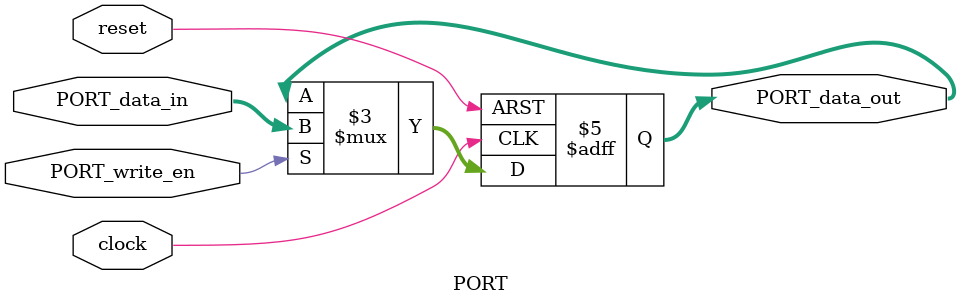
<source format=v>
module PORT(
	input clock,
	input reset,
	// will be use to check if the pin is write-enabled, could also be a bus because DDRB is a 8-bit Port B Data Direction register
	// each will be used to indicate RW status of each pin of port B data register
	input PORT_write_en,  				 
	input [7:0]PORT_data_in,    		// data from memory, will be written to output pin 
	output reg [7:0]PORT_data_out		// portB bus 
);


always@(posedge clock or posedge reset)
begin
	if (reset) begin
		PORT_data_out <= 8'b0;
	end
	else begin
		if (PORT_write_en == 1) begin
			// route the data to those output pins if DDRB is 1 (pinMode high)
			PORT_data_out <= PORT_data_in;
		end
	end
	
end
endmodule


</source>
